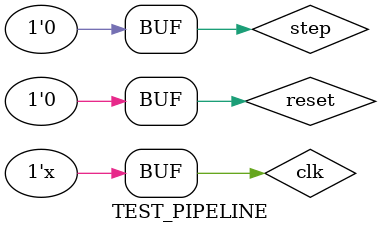
<source format=v>
`timescale 1ns / 1ps

module TEST_PIPELINE;

	// Inputs
	reg clk;
	reg reset;
	reg step;
	
	// Instantiate the Unit Under Test (UUT)
	Pipeline uut (
		.clk(clk),
		.reset(reset),
        .step(step)
	);

	initial begin
	
	  clk = 0;            // Para que funcione el negado del always
       
	  reset = 1; #200
      reset = 0;        
      #100
      step = 1; #200
      step = 0; #400
              
      step = 1; #200
      step = 0; #200
     
      step = 1; #200
      step = 0; #200
      
      step = 1; #200
      step = 0; #400

      step = 1; #200
      step = 0; #400       
      
      #1;                 // Debe terminar con ;

	end
	
	always #100 clk = ~clk;
      
endmodule

</source>
